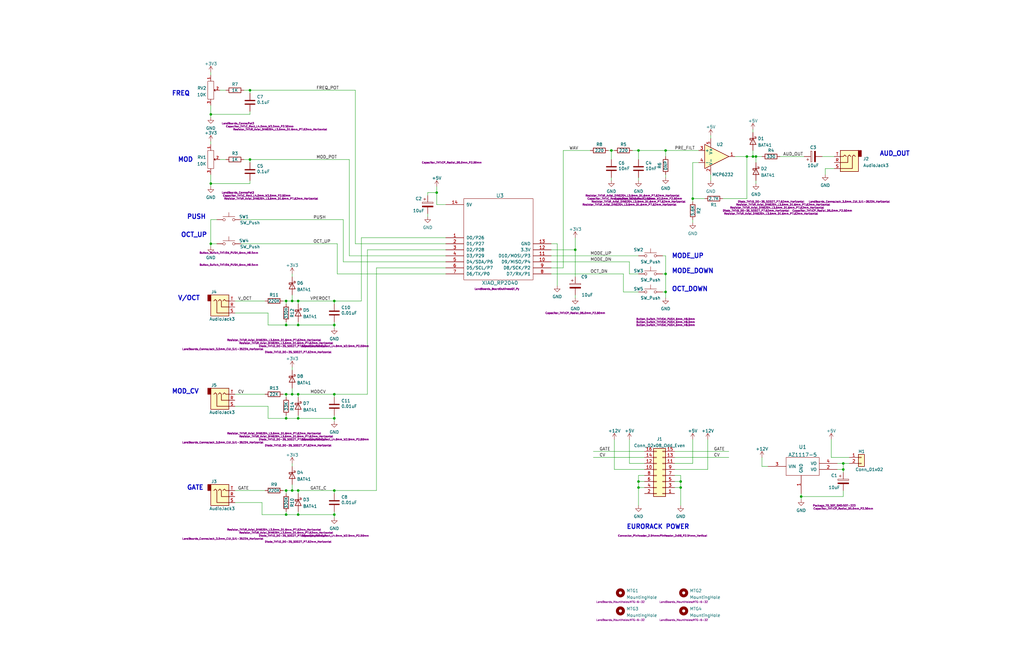
<source format=kicad_sch>
(kicad_sch (version 20211123) (generator eeschema)
  (paper "B")
  (title_block (title "VOLTAGE CONTROLLED OSC") (date "2022-09-21") (rev "1") (company "LAND BOARDS LLC") (comment 1 "https://note.com/solder_state/n/nca6a1dec3921"))
  (lib_symbols
    (symbol "Amplifier_Operational:MCP6001-OT" (pin_names (offset 0.127))
      (property "Reference" "U" (at -1.27 6.35 0))
      (property "Value" "MCP6001-OT" (at -1.27 3.81 0))
      (symbol "MCP6001-OT_0_1"
        (polyline (pts (xy -5.08 5.08) (xy 5.08 0) (xy -5.08 -5.08) (xy -5.08 5.08)) (stroke (width 0.254)) (fill (type background)))
        (pin power_in line (at -2.54 -7.62 90) (length 3.81) (name "V-") (number "2"))
        (pin power_in line (at -2.54 7.62 270) (length 3.81) (name "V+") (number "5"))
      )
      (symbol "MCP6001-OT_1_1"
        (pin output line (at 7.62 0 180) (length 2.54) (name "~") (number "1"))
        (pin input line (at -7.62 2.54 0) (length 2.54) (name "+") (number "3"))
        (pin input line (at -7.62 -2.54 0) (length 2.54) (name "-") (number "4"))
      )
    )
    (symbol "Connector:AudioJack3"
      (property "Reference" "J" (at 0 8.89 0))
      (property "Value" "AudioJack3" (at 0 6.35 0))
      (symbol "AudioJack3_0_1"
        (rectangle (start -5.08 -5.08) (end -6.35 -2.54) (stroke (width 0.254)) (fill (type outline)))
        (polyline (pts (xy 0 -2.54) (xy 0.635 -3.175) (xy 1.27 -2.54) (xy 2.54 -2.54)) (stroke (width 0.254)))
        (polyline (pts (xy -1.905 -2.54) (xy -1.27 -3.175) (xy -0.635 -2.54) (xy -0.635 0) (xy 2.54 0)) (stroke (width 0.254)))
        (polyline (pts (xy 2.54 2.54) (xy -2.54 2.54) (xy -2.54 -2.54) (xy -3.175 -3.175) (xy -3.81 -2.54)) (stroke (width 0.254)))
        (rectangle (start 2.54 3.81) (end -5.08 -5.08) (stroke (width 0.254)) (fill (type background)))
      )
      (symbol "AudioJack3_1_1"
        (pin passive line (at 5.08 0 180) (length 2.54) (name "~") (number "R"))
        (pin passive line (at 5.08 2.54 180) (length 2.54) (name "~") (number "S"))
        (pin passive line (at 5.08 -2.54 180) (length 2.54) (name "~") (number "T"))
      )
    )
    (symbol "Connector_Generic:Conn_01x02" (pin_names (offset 1.016) hide)
      (property "Reference" "J" (at 0 2.54 0))
      (property "Value" "Conn_01x02" (at 0 -5.08 0))
      (symbol "Conn_01x02_1_1"
        (rectangle (start -1.27 -2.413) (end 0 -2.667) (stroke (width 0.1524)))
        (rectangle (start -1.27 0.127) (end 0 -0.127) (stroke (width 0.1524)))
        (rectangle (start -1.27 1.27) (end 1.27 -3.81) (stroke (width 0.254)) (fill (type background)))
        (pin passive line (at -5.08 0 0) (length 3.81) (name "Pin_1") (number "1"))
        (pin passive line (at -5.08 -2.54 0) (length 3.81) (name "Pin_2") (number "2"))
      )
    )
    (symbol "Connector_Generic:Conn_02x08_Odd_Even" (pin_names (offset 1.016) hide)
      (property "Reference" "J" (at 1.27 10.16 0))
      (property "Value" "Conn_02x08_Odd_Even" (at 1.27 -12.7 0))
      (symbol "Conn_02x08_Odd_Even_1_1"
        (rectangle (start -1.27 -10.033) (end 0 -10.287) (stroke (width 0.1524)))
        (rectangle (start -1.27 -7.493) (end 0 -7.747) (stroke (width 0.1524)))
        (rectangle (start -1.27 -4.953) (end 0 -5.207) (stroke (width 0.1524)))
        (rectangle (start -1.27 -2.413) (end 0 -2.667) (stroke (width 0.1524)))
        (rectangle (start -1.27 0.127) (end 0 -0.127) (stroke (width 0.1524)))
        (rectangle (start -1.27 2.667) (end 0 2.413) (stroke (width 0.1524)))
        (rectangle (start -1.27 5.207) (end 0 4.953) (stroke (width 0.1524)))
        (rectangle (start -1.27 7.747) (end 0 7.493) (stroke (width 0.1524)))
        (rectangle (start -1.27 8.89) (end 3.81 -11.43) (stroke (width 0.254)) (fill (type background)))
        (rectangle (start 3.81 -10.033) (end 2.54 -10.287) (stroke (width 0.1524)))
        (rectangle (start 3.81 -7.493) (end 2.54 -7.747) (stroke (width 0.1524)))
        (rectangle (start 3.81 -4.953) (end 2.54 -5.207) (stroke (width 0.1524)))
        (rectangle (start 3.81 -2.413) (end 2.54 -2.667) (stroke (width 0.1524)))
        (rectangle (start 3.81 0.127) (end 2.54 -0.127) (stroke (width 0.1524)))
        (rectangle (start 3.81 2.667) (end 2.54 2.413) (stroke (width 0.1524)))
        (rectangle (start 3.81 5.207) (end 2.54 4.953) (stroke (width 0.1524)))
        (rectangle (start 3.81 7.747) (end 2.54 7.493) (stroke (width 0.1524)))
        (pin passive line (at -5.08 7.62 0) (length 3.81) (name "Pin_1") (number "1"))
        (pin passive line (at 7.62 -2.54 180) (length 3.81) (name "Pin_10") (number "10"))
        (pin passive line (at -5.08 -5.08 0) (length 3.81) (name "Pin_11") (number "11"))
        (pin passive line (at 7.62 -5.08 180) (length 3.81) (name "Pin_12") (number "12"))
        (pin passive line (at -5.08 -7.62 0) (length 3.81) (name "Pin_13") (number "13"))
        (pin passive line (at 7.62 -7.62 180) (length 3.81) (name "Pin_14") (number "14"))
        (pin passive line (at -5.08 -10.16 0) (length 3.81) (name "Pin_15") (number "15"))
        (pin passive line (at 7.62 -10.16 180) (length 3.81) (name "Pin_16") (number "16"))
        (pin passive line (at 7.62 7.62 180) (length 3.81) (name "Pin_2") (number "2"))
        (pin passive line (at -5.08 5.08 0) (length 3.81) (name "Pin_3") (number "3"))
        (pin passive line (at 7.62 5.08 180) (length 3.81) (name "Pin_4") (number "4"))
        (pin passive line (at -5.08 2.54 0) (length 3.81) (name "Pin_5") (number "5"))
        (pin passive line (at 7.62 2.54 180) (length 3.81) (name "Pin_6") (number "6"))
        (pin passive line (at -5.08 0 0) (length 3.81) (name "Pin_7") (number "7"))
        (pin passive line (at 7.62 0 180) (length 3.81) (name "Pin_8") (number "8"))
        (pin passive line (at -5.08 -2.54 0) (length 3.81) (name "Pin_9") (number "9"))
      )
    )
    (symbol "Device:C" (pin_numbers hide) (pin_names (offset 0.254))
      (property "Reference" "C" (at 0.635 2.54 0))
      (property "Value" "C" (at 0.635 -2.54 0))
      (symbol "C_0_1"
        (polyline (pts (xy -2.032 -0.762) (xy 2.032 -0.762)) (stroke (width 0.508)))
        (polyline (pts (xy -2.032 0.762) (xy 2.032 0.762)) (stroke (width 0.508)))
      )
      (symbol "C_1_1"
        (pin passive line (at 0 3.81 270) (length 2.794) (name "~") (number "1"))
        (pin passive line (at 0 -3.81 90) (length 2.794) (name "~") (number "2"))
      )
    )
    (symbol "Device:C_Polarized" (pin_numbers hide) (pin_names (offset 0.254))
      (property "Reference" "C" (at 0.635 2.54 0))
      (property "Value" "C_Polarized" (at 0.635 -2.54 0))
      (symbol "C_Polarized_0_1"
        (rectangle (start -2.286 0.508) (end 2.286 1.016))
        (polyline (pts (xy -1.778 2.286) (xy -0.762 2.286)))
        (polyline (pts (xy -1.27 2.794) (xy -1.27 1.778)))
        (rectangle (start 2.286 -0.508) (end -2.286 -1.016) (fill (type outline)))
      )
      (symbol "C_Polarized_1_1"
        (pin passive line (at 0 3.81 270) (length 2.794) (name "~") (number "1"))
        (pin passive line (at 0 -3.81 90) (length 2.794) (name "~") (number "2"))
      )
    )
    (symbol "Device:D_Schottky" (pin_numbers hide) (pin_names (offset 1.016) hide)
      (property "Reference" "D" (at 0 2.54 0))
      (property "Value" "D_Schottky" (at 0 -2.54 0))
      (symbol "D_Schottky_0_1"
        (polyline (pts (xy 1.27 0) (xy -1.27 0)))
        (polyline (pts (xy 1.27 1.27) (xy 1.27 -1.27) (xy -1.27 0) (xy 1.27 1.27)) (stroke (width 0.254)))
        (polyline (pts (xy -1.905 0.635) (xy -1.905 1.27) (xy -1.27 1.27) (xy -1.27 -1.27) (xy -0.635 -1.27) (xy -0.635 -0.635)) (stroke (width 0.254)))
      )
      (symbol "D_Schottky_1_1"
        (pin passive line (at -3.81 0 0) (length 2.54) (name "K") (number "1"))
        (pin passive line (at 3.81 0 180) (length 2.54) (name "A") (number "2"))
      )
    )
    (symbol "Device:R" (pin_numbers hide) (pin_names (offset 0))
      (property "Reference" "R" (at 2.032 0 90))
      (property "Value" "R" (at 0 0 90))
      (symbol "R_0_1"
        (rectangle (start -1.016 -2.54) (end 1.016 2.54) (stroke (width 0.254)))
      )
      (symbol "R_1_1"
        (pin passive line (at 0 3.81 270) (length 1.27) (name "~") (number "1"))
        (pin passive line (at 0 -3.81 90) (length 1.27) (name "~") (number "2"))
      )
    )
    (symbol "LandBoards:POT" (pin_names (offset 1.016) hide)
      (property "Reference" "RV" (at 0 -2.54 0))
      (property "Value" "POT" (at 0 0 0))
      (symbol "POT_0_1"
        (rectangle (start -3.81 1.27) (end 3.81 -1.27))
        (polyline (pts (xy 0 1.27) (xy -0.508 1.778) (xy 0.508 1.778)) (fill (type outline)))
      )
      (symbol "POT_1_1"
        (pin passive line (at -6.35 0 0) (length 2.54) (name "1") (number "1"))
        (pin passive line (at 0 3.81 270) (length 2.032) (name "2") (number "2"))
        (pin passive line (at 6.35 0 180) (length 2.54) (name "3") (number "3"))
      )
    )
    (symbol "LandBoards_Cards:XIAO_RP2040" (pin_names (offset 1.016))
      (property "Reference" "BRD" (at 0 25.4 0))
      (property "Value" "XIAO_RP2040" (at 0 -11.43 0))
      (symbol "XIAO_RP2040_0_0"
        (rectangle (start -15.24 24.13) (end 13.97 -10.16))
      )
      (symbol "XIAO_RP2040_1_1"
        (pin bidirectional line (at -22.86 7.62 0) (length 7.62) (name "D0/P26") (number "1"))
        (pin bidirectional line (at 21.59 -2.54 180) (length 7.62) (name "D9/MISO/P4") (number "10"))
        (pin bidirectional line (at 21.59 0 180) (length 7.62) (name "D10/MOSI/P3") (number "11"))
        (pin power_out line (at 21.59 2.54 180) (length 7.62) (name "3.3V") (number "12"))
        (pin power_in line (at 21.59 5.08 180) (length 7.62) (name "GND") (number "13"))
        (pin power_in line (at -22.86 21.59 0) (length 7.62) (name "5V") (number "14"))
        (pin bidirectional line (at -22.86 5.08 0) (length 7.62) (name "D1/P27") (number "2"))
        (pin bidirectional line (at -22.86 2.54 0) (length 7.62) (name "D2/P28") (number "3"))
        (pin bidirectional line (at -22.86 0 0) (length 7.62) (name "D3/P29") (number "4"))
        (pin bidirectional line (at -22.86 -2.54 0) (length 7.62) (name "D4/SDA/P6") (number "5"))
        (pin bidirectional line (at -22.86 -5.08 0) (length 7.62) (name "D5/SCL/P7") (number "6"))
        (pin bidirectional line (at -22.86 -7.62 0) (length 7.62) (name "D6/TX/P0") (number "7"))
        (pin bidirectional line (at 21.59 -7.62 180) (length 7.62) (name "D7/RX/P1") (number "8"))
        (pin bidirectional line (at 21.59 -5.08 180) (length 7.62) (name "D8/SCK/P2") (number "9"))
      )
    )
    (symbol "LandBoards_Semis:AP1117" (pin_names (offset 1.016))
      (property "Reference" "U" (at 2.54 3.81 0))
      (property "Value" "AP1117" (at 6.35 -6.35 0))
      (symbol "AP1117_0_1"
        (polyline (pts (xy -8.89 -5.08) (xy -8.89 2.54) (xy 5.08 2.54) (xy 5.08 -5.08) (xy -8.89 -5.08)))
      )
      (symbol "AP1117_1_1"
        (pin power_in line (at -2.54 -12.7 90) (length 7.62) (name "GND") (number "1"))
        (pin passive line (at 12.7 -2.54 180) (length 7.62) (name "VO") (number "2"))
        (pin power_in line (at -16.51 -1.27 0) (length 7.62) (name "VIN") (number "3"))
        (pin power_out line (at 12.7 0 180) (length 7.62) (name "VO") (number "4"))
      )
    )
    (symbol "Mechanical:MountingHole" (pin_names (offset 1.016))
      (property "Reference" "H" (at 0 5.08 0))
      (property "Value" "MountingHole" (at 0 3.175 0))
      (symbol "MountingHole_0_1"
        (circle (center 0 0) (radius 1.27) (stroke (width 1.27)))
      )
    )
    (symbol "Switch:SW_Push" (pin_numbers hide) (pin_names (offset 1.016) hide)
      (property "Reference" "SW" (at 1.27 2.54 0))
      (property "Value" "SW_Push" (at 0 -1.524 0))
      (symbol "SW_Push_0_1"
        (circle (center -2.032 0) (radius 0.508))
        (polyline (pts (xy 0 1.27) (xy 0 3.048)))
        (polyline (pts (xy 2.54 1.27) (xy -2.54 1.27)))
        (circle (center 2.032 0) (radius 0.508))
        (pin passive line (at -5.08 0 0) (length 2.54) (name "1") (number "1"))
        (pin passive line (at 5.08 0 180) (length 2.54) (name "2") (number "2"))
      )
    )
    (symbol "power:+12V" (power) (pin_names (offset 0))
      (property "Value" "+12V" (at 0 3.556 0))
      (symbol "+12V_0_1"
        (polyline (pts (xy -0.762 1.27) (xy 0 2.54)))
        (polyline (pts (xy 0 0) (xy 0 2.54)))
        (polyline (pts (xy 0 2.54) (xy 0.762 1.27)))
      )
      (symbol "+12V_1_1"
        (pin power_in line (at 0 0 90) (length 0) hide (name "+12V") (number "1"))
      )
    )
    (symbol "power:+3.3V" (power) (pin_names (offset 0))
      (property "Value" "+3.3V" (at 0 3.556 0))
      (symbol "+3.3V_0_1"
        (polyline (pts (xy -0.762 1.27) (xy 0 2.54)))
        (polyline (pts (xy 0 0) (xy 0 2.54)))
        (polyline (pts (xy 0 2.54) (xy 0.762 1.27)))
      )
      (symbol "+3.3V_1_1"
        (pin power_in line (at 0 0 90) (length 0) hide (name "+3V3") (number "1"))
      )
    )
    (symbol "power:+5V" (power) (pin_names (offset 0))
      (property "Value" "+5V" (at 0 3.556 0))
      (symbol "+5V_0_1"
        (polyline (pts (xy -0.762 1.27) (xy 0 2.54)))
        (polyline (pts (xy 0 0) (xy 0 2.54)))
        (polyline (pts (xy 0 2.54) (xy 0.762 1.27)))
      )
      (symbol "+5V_1_1"
        (pin power_in line (at 0 0 90) (length 0) hide (name "+5V") (number "1"))
      )
    )
    (symbol "power:GND" (power) (pin_names (offset 0))
      (property "Value" "GND" (at 0 -3.81 0))
      (symbol "GND_0_1"
        (polyline (pts (xy 0 0) (xy 0 -1.27) (xy 1.27 -1.27) (xy 0 -2.54) (xy -1.27 -1.27) (xy 0 -1.27)))
      )
      (symbol "GND_1_1"
        (pin power_in line (at 0 0 270) (length 0) hide (name "GND") (number "1"))
      )
    )
  )
  (junction (at 120.65 137.16))
  (junction (at 287.02 205.74))
  (junction (at 140.97 176.53))
  (junction (at 120.65 207.01))
  (junction (at 269.24 203.2))
  (junction (at 105.41 67.31))
  (junction (at 242.57 105.41))
  (junction (at 120.65 166.37))
  (junction (at 280.67 123.19))
  (junction (at 123.19 127))
  (junction (at 269.24 63.5))
  (junction (at 337.82 209.55))
  (junction (at 280.67 63.5))
  (junction (at 88.9 102.87))
  (junction (at 140.97 166.37))
  (junction (at 140.97 127))
  (junction (at 120.65 176.53))
  (junction (at 120.65 127))
  (junction (at 184.15 81.28))
  (junction (at 257.81 63.5))
  (junction (at 140.97 137.16))
  (junction (at 140.97 217.17))
  (junction (at 287.02 203.2))
  (junction (at 292.1 83.82))
  (junction (at 125.73 137.16))
  (junction (at 280.67 115.57))
  (junction (at 125.73 207.01))
  (junction (at 140.97 207.01))
  (junction (at 123.19 207.01))
  (junction (at 125.73 176.53))
  (junction (at 88.9 48.26))
  (junction (at 314.96 66.04))
  (junction (at 125.73 127))
  (junction (at 120.65 217.17))
  (junction (at 105.41 38.1))
  (junction (at 355.6 198.12))
  (junction (at 355.6 195.58))
  (junction (at 317.5 66.04))
  (junction (at 269.24 205.74))
  (junction (at 125.73 217.17))
  (junction (at 318.77 66.04))
  (junction (at 123.19 166.37))
  (junction (at 125.73 166.37))
  (junction (at 88.9 77.47))
  (wire (pts (xy 120.65 166.37) (xy 123.19 166.37)))
  (wire (pts (xy 259.08 185.42) (xy 259.08 198.12)))
  (wire (pts (xy 287.02 203.2) (xy 287.02 205.74)))
  (wire (pts (xy 92.71 38.1) (xy 95.25 38.1)))
  (wire (pts (xy 88.9 48.26) (xy 88.9 44.45)))
  (wire (pts (xy 113.03 132.08) (xy 99.06 132.08)))
  (wire (pts (xy 353.06 195.58) (xy 355.6 195.58)))
  (wire (pts (xy 123.19 124.46) (xy 123.19 127)))
  (wire (pts (xy 318.77 66.04) (xy 321.31 66.04)))
  (wire (pts (xy 232.41 105.41) (xy 242.57 105.41)))
  (wire (pts (xy 284.48 198.12) (xy 298.45 198.12)))
  (wire (pts (xy 125.73 127) (xy 125.73 128.27)))
  (wire (pts (xy 105.41 38.1) (xy 149.86 38.1)))
  (wire (pts (xy 353.06 198.12) (xy 355.6 198.12)))
  (wire (pts (xy 299.72 73.66) (xy 299.72 76.2)))
  (wire (pts (xy 317.5 54.61) (xy 317.5 55.88)))
  (wire (pts (xy 123.19 127) (xy 125.73 127)))
  (wire (pts (xy 125.73 207.01) (xy 125.73 208.28)))
  (wire (pts (xy 347.98 71.12) (xy 351.79 71.12)))
  (wire (pts (xy 144.78 92.71) (xy 144.78 110.49)))
  (wire (pts (xy 152.4 100.33) (xy 187.96 100.33)))
  (wire (pts (xy 337.82 209.55) (xy 355.6 209.55)))
  (wire (pts (xy 180.34 91.44) (xy 180.34 90.17)))
  (wire (pts (xy 346.71 66.04) (xy 351.79 66.04)))
  (wire (pts (xy 284.48 190.5) (xy 307.34 190.5)))
  (wire (pts (xy 123.19 163.83) (xy 123.19 166.37)))
  (wire (pts (xy 187.96 113.03) (xy 158.75 113.03)))
  (wire (pts (xy 120.65 137.16) (xy 120.65 135.89)))
  (wire (pts (xy 232.41 113.03) (xy 237.49 113.03)))
  (wire (pts (xy 257.81 63.5) (xy 257.81 67.31)))
  (wire (pts (xy 88.9 59.69) (xy 88.9 60.96)))
  (wire (pts (xy 259.08 63.5) (xy 257.81 63.5)))
  (wire (pts (xy 119.38 127) (xy 120.65 127)))
  (wire (pts (xy 101.6 92.71) (xy 144.78 92.71)))
  (wire (pts (xy 279.4 115.57) (xy 280.67 115.57)))
  (wire (pts (xy 120.65 217.17) (xy 120.65 215.9)))
  (wire (pts (xy 298.45 185.42) (xy 298.45 198.12)))
  (wire (pts (xy 321.31 196.85) (xy 323.85 196.85)))
  (wire (pts (xy 152.4 127) (xy 140.97 127)))
  (wire (pts (xy 280.67 73.66) (xy 280.67 74.93)))
  (wire (pts (xy 125.73 176.53) (xy 120.65 176.53)))
  (wire (pts (xy 99.06 207.01) (xy 111.76 207.01)))
  (wire (pts (xy 271.78 198.12) (xy 259.08 198.12)))
  (wire (pts (xy 350.52 193.04) (xy 350.52 185.42)))
  (wire (pts (xy 184.15 86.36) (xy 184.15 81.28)))
  (wire (pts (xy 113.03 171.45) (xy 99.06 171.45)))
  (wire (pts (xy 284.48 200.66) (xy 287.02 200.66)))
  (wire (pts (xy 184.15 81.28) (xy 184.15 78.74)))
  (wire (pts (xy 125.73 215.9) (xy 125.73 217.17)))
  (wire (pts (xy 314.96 66.04) (xy 317.5 66.04)))
  (wire (pts (xy 105.41 38.1) (xy 105.41 39.37)))
  (wire (pts (xy 140.97 176.53) (xy 140.97 177.8)))
  (wire (pts (xy 237.49 63.5) (xy 248.92 63.5)))
  (wire (pts (xy 232.41 115.57) (xy 262.89 115.57)))
  (wire (pts (xy 110.49 217.17) (xy 120.65 217.17)))
  (wire (pts (xy 140.97 127) (xy 125.73 127)))
  (wire (pts (xy 105.41 76.2) (xy 105.41 77.47)))
  (wire (pts (xy 154.94 105.41) (xy 187.96 105.41)))
  (wire (pts (xy 337.82 209.55) (xy 337.82 210.82)))
  (wire (pts (xy 184.15 86.36) (xy 187.96 86.36)))
  (wire (pts (xy 257.81 76.2) (xy 257.81 74.93)))
  (wire (pts (xy 232.41 107.95) (xy 269.24 107.95)))
  (wire (pts (xy 250.19 190.5) (xy 271.78 190.5)))
  (wire (pts (xy 304.8 83.82) (xy 314.96 83.82)))
  (wire (pts (xy 271.78 200.66) (xy 269.24 200.66)))
  (wire (pts (xy 347.98 73.66) (xy 347.98 71.12)))
  (wire (pts (xy 237.49 63.5) (xy 237.49 113.03)))
  (wire (pts (xy 158.75 207.01) (xy 140.97 207.01)))
  (wire (pts (xy 140.97 175.26) (xy 140.97 176.53)))
  (wire (pts (xy 140.97 137.16) (xy 140.97 138.43)))
  (wire (pts (xy 120.65 166.37) (xy 120.65 167.64)))
  (wire (pts (xy 265.43 115.57) (xy 269.24 115.57)))
  (wire (pts (xy 125.73 217.17) (xy 120.65 217.17)))
  (wire (pts (xy 140.97 166.37) (xy 125.73 166.37)))
  (wire (pts (xy 269.24 76.2) (xy 269.24 74.93)))
  (wire (pts (xy 266.7 63.5) (xy 269.24 63.5)))
  (wire (pts (xy 280.67 63.5) (xy 280.67 66.04)))
  (wire (pts (xy 280.67 123.19) (xy 280.67 125.73)))
  (wire (pts (xy 232.41 110.49) (xy 265.43 110.49)))
  (wire (pts (xy 355.6 198.12) (xy 355.6 199.39)))
  (wire (pts (xy 265.43 110.49) (xy 265.43 115.57)))
  (wire (pts (xy 271.78 195.58) (xy 265.43 195.58)))
  (wire (pts (xy 269.24 205.74) (xy 271.78 205.74)))
  (wire (pts (xy 144.78 110.49) (xy 187.96 110.49)))
  (wire (pts (xy 184.15 81.28) (xy 180.34 81.28)))
  (wire (pts (xy 154.94 166.37) (xy 140.97 166.37)))
  (wire (pts (xy 125.73 166.37) (xy 125.73 167.64)))
  (wire (pts (xy 318.77 66.04) (xy 318.77 68.58)))
  (wire (pts (xy 292.1 68.58) (xy 294.64 68.58)))
  (wire (pts (xy 140.97 128.27) (xy 140.97 127)))
  (wire (pts (xy 125.73 217.17) (xy 140.97 217.17)))
  (wire (pts (xy 123.19 115.57) (xy 123.19 116.84)))
  (wire (pts (xy 280.67 115.57) (xy 280.67 107.95)))
  (wire (pts (xy 125.73 175.26) (xy 125.73 176.53)))
  (wire (pts (xy 99.06 127) (xy 111.76 127)))
  (wire (pts (xy 88.9 104.14) (xy 88.9 102.87)))
  (wire (pts (xy 113.03 137.16) (xy 113.03 132.08)))
  (wire (pts (xy 287.02 200.66) (xy 287.02 203.2)))
  (wire (pts (xy 292.1 83.82) (xy 292.1 85.09)))
  (wire (pts (xy 309.88 66.04) (xy 314.96 66.04)))
  (wire (pts (xy 102.87 38.1) (xy 105.41 38.1)))
  (wire (pts (xy 152.4 100.33) (xy 152.4 127)))
  (wire (pts (xy 284.48 193.04) (xy 307.34 193.04)))
  (wire (pts (xy 140.97 167.64) (xy 140.97 166.37)))
  (wire (pts (xy 99.06 166.37) (xy 111.76 166.37)))
  (wire (pts (xy 105.41 67.31) (xy 147.32 67.31)))
  (wire (pts (xy 262.89 115.57) (xy 262.89 123.19)))
  (wire (pts (xy 120.65 127) (xy 123.19 127)))
  (wire (pts (xy 314.96 83.82) (xy 314.96 66.04)))
  (wire (pts (xy 149.86 102.87) (xy 187.96 102.87)))
  (wire (pts (xy 123.19 204.47) (xy 123.19 207.01)))
  (wire (pts (xy 292.1 92.71) (xy 292.1 93.98)))
  (wire (pts (xy 88.9 49.53) (xy 88.9 48.26)))
  (wire (pts (xy 142.24 102.87) (xy 101.6 102.87)))
  (wire (pts (xy 99.06 212.09) (xy 110.49 212.09)))
  (wire (pts (xy 269.24 200.66) (xy 269.24 203.2)))
  (wire (pts (xy 232.41 102.87) (xy 234.95 102.87)))
  (wire (pts (xy 280.67 63.5) (xy 294.64 63.5)))
  (wire (pts (xy 120.65 176.53) (xy 113.03 176.53)))
  (wire (pts (xy 280.67 123.19) (xy 280.67 115.57)))
  (wire (pts (xy 110.49 212.09) (xy 110.49 217.17)))
  (wire (pts (xy 257.81 63.5) (xy 256.54 63.5)))
  (wire (pts (xy 299.72 57.15) (xy 299.72 58.42)))
  (wire (pts (xy 158.75 113.03) (xy 158.75 207.01)))
  (wire (pts (xy 242.57 125.73) (xy 242.57 124.46)))
  (wire (pts (xy 321.31 193.04) (xy 321.31 196.85)))
  (wire (pts (xy 269.24 63.5) (xy 280.67 63.5)))
  (wire (pts (xy 317.5 66.04) (xy 318.77 66.04)))
  (wire (pts (xy 358.14 193.04) (xy 350.52 193.04)))
  (wire (pts (xy 147.32 107.95) (xy 187.96 107.95)))
  (wire (pts (xy 88.9 102.87) (xy 91.44 102.87)))
  (wire (pts (xy 123.19 166.37) (xy 125.73 166.37)))
  (wire (pts (xy 269.24 205.74) (xy 269.24 213.36)))
  (wire (pts (xy 125.73 137.16) (xy 140.97 137.16)))
  (wire (pts (xy 88.9 77.47) (xy 88.9 73.66)))
  (wire (pts (xy 119.38 166.37) (xy 120.65 166.37)))
  (wire (pts (xy 92.71 67.31) (xy 95.25 67.31)))
  (wire (pts (xy 180.34 81.28) (xy 180.34 82.55)))
  (wire (pts (xy 292.1 195.58) (xy 292.1 185.42)))
  (wire (pts (xy 337.82 208.28) (xy 337.82 209.55)))
  (wire (pts (xy 355.6 209.55) (xy 355.6 207.01)))
  (wire (pts (xy 328.93 66.04) (xy 339.09 66.04)))
  (wire (pts (xy 355.6 195.58) (xy 358.14 195.58)))
  (wire (pts (xy 318.77 77.47) (xy 318.77 76.2)))
  (wire (pts (xy 287.02 205.74) (xy 287.02 213.36)))
  (wire (pts (xy 105.41 46.99) (xy 105.41 48.26)))
  (wire (pts (xy 355.6 198.12) (xy 355.6 195.58)))
  (wire (pts (xy 88.9 30.48) (xy 88.9 31.75)))
  (wire (pts (xy 120.65 137.16) (xy 113.03 137.16)))
  (wire (pts (xy 147.32 107.95) (xy 147.32 67.31)))
  (wire (pts (xy 140.97 207.01) (xy 125.73 207.01)))
  (wire (pts (xy 102.87 67.31) (xy 105.41 67.31)))
  (wire (pts (xy 269.24 203.2) (xy 271.78 203.2)))
  (wire (pts (xy 242.57 100.33) (xy 242.57 105.41)))
  (wire (pts (xy 120.65 176.53) (xy 120.65 175.26)))
  (wire (pts (xy 140.97 215.9) (xy 140.97 217.17)))
  (wire (pts (xy 262.89 123.19) (xy 269.24 123.19)))
  (wire (pts (xy 269.24 203.2) (xy 269.24 205.74)))
  (wire (pts (xy 123.19 195.58) (xy 123.19 196.85)))
  (wire (pts (xy 154.94 105.41) (xy 154.94 166.37)))
  (wire (pts (xy 88.9 48.26) (xy 105.41 48.26)))
  (wire (pts (xy 125.73 137.16) (xy 120.65 137.16)))
  (wire (pts (xy 284.48 205.74) (xy 287.02 205.74)))
  (wire (pts (xy 250.19 193.04) (xy 271.78 193.04)))
  (wire (pts (xy 123.19 154.94) (xy 123.19 156.21)))
  (wire (pts (xy 123.19 207.01) (xy 125.73 207.01)))
  (wire (pts (xy 234.95 102.87) (xy 234.95 120.65)))
  (wire (pts (xy 88.9 92.71) (xy 91.44 92.71)))
  (wire (pts (xy 88.9 77.47) (xy 105.41 77.47)))
  (wire (pts (xy 113.03 176.53) (xy 113.03 171.45)))
  (wire (pts (xy 140.97 135.89) (xy 140.97 137.16)))
  (wire (pts (xy 269.24 63.5) (xy 269.24 67.31)))
  (wire (pts (xy 284.48 195.58) (xy 292.1 195.58)))
  (wire (pts (xy 292.1 83.82) (xy 292.1 68.58)))
  (wire (pts (xy 88.9 92.71) (xy 88.9 102.87)))
  (wire (pts (xy 265.43 195.58) (xy 265.43 185.42)))
  (wire (pts (xy 125.73 176.53) (xy 140.97 176.53)))
  (wire (pts (xy 120.65 127) (xy 120.65 128.27)))
  (wire (pts (xy 125.73 135.89) (xy 125.73 137.16)))
  (wire (pts (xy 284.48 203.2) (xy 287.02 203.2)))
  (wire (pts (xy 140.97 208.28) (xy 140.97 207.01)))
  (wire (pts (xy 279.4 123.19) (xy 280.67 123.19)))
  (wire (pts (xy 297.18 83.82) (xy 292.1 83.82)))
  (wire (pts (xy 280.67 107.95) (xy 279.4 107.95)))
  (wire (pts (xy 149.86 38.1) (xy 149.86 102.87)))
  (wire (pts (xy 242.57 116.84) (xy 242.57 105.41)))
  (wire (pts (xy 105.41 67.31) (xy 105.41 68.58)))
  (wire (pts (xy 142.24 115.57) (xy 142.24 102.87)))
  (wire (pts (xy 120.65 207.01) (xy 120.65 208.28)))
  (wire (pts (xy 140.97 217.17) (xy 140.97 218.44)))
  (wire (pts (xy 317.5 63.5) (xy 317.5 66.04)))
  (wire (pts (xy 119.38 207.01) (xy 120.65 207.01)))
  (wire (pts (xy 120.65 207.01) (xy 123.19 207.01)))
  (wire (pts (xy 142.24 115.57) (xy 187.96 115.57)))
  (wire (pts (xy 88.9 78.74) (xy 88.9 77.47)))
  (text "OCT_UP" (at 76.2 100.33 0) (effects (font (size 1.905 1.905) (thickness 0.381) bold) (justify left bottom)))
  (text "AUD_OUT" (at 370.84 66.04 0) (effects (font (size 1.905 1.905) (thickness 0.381) bold) (justify left bottom)))
  (text "GATE" (at 78.74 207.01 0) (effects (font (size 1.905 1.905) (thickness 0.381) bold) (justify left bottom)))
  (text "V/OCT" (at 74.93 127 0) (effects (font (size 1.905 1.905) (thickness 0.381) bold) (justify left bottom)))
  (text "MODE_DOWN" (at 283.21 115.57 0) (effects (font (size 1.905 1.905) (thickness 0.381) bold) (justify left bottom)))
  (text "MOD_CV" (at 72.39 166.37 0) (effects (font (size 1.905 1.905) (thickness 0.381) bold) (justify left bottom)))
  (text "FREQ" (at 72.39 40.64 0) (effects (font (size 1.905 1.905) (thickness 0.381) bold) (justify left bottom)))
  (text "OCT_DOWN" (at 283.21 123.19 0) (effects (font (size 1.905 1.905) (thickness 0.381) bold) (justify left bottom)))
  (text "MODE_UP" (at 283.21 109.22 0) (effects (font (size 1.905 1.905) (thickness 0.381) bold) (justify left bottom)))
  (text "PUSH" (at 78.74 92.71 0) (effects (font (size 1.905 1.905) (thickness 0.381) bold) (justify left bottom)))
  (text "MOD" (at 74.93 68.58 0) (effects (font (size 1.905 1.905) (thickness 0.381) bold) (justify left bottom)))
  (text "EURORACK POWER" (at 264.16 223.52 0) (effects (font (size 1.905 1.905) (thickness 0.381) bold) (justify left bottom)))
  (label "OCT_DN" (at 248.92 115.57 0))
  (label "MODE_DN" (at 248.92 110.49 0))
  (label "GATE_C" (at 130.81 207.01 0))
  (label "V_OCT" (at 100.33 127 0))
  (label "GATE" (at 252.73 190.5 0))
  (label "MODCV" (at 130.81 166.37 0))
  (label "FREQ_POT" (at 133.35 38.1 0))
  (label "MOD_POT" (at 133.35 67.31 0))
  (label "PUSH" (at 132.08 92.71 0))
  (label "CV" (at 300.99 193.04 0))
  (label "WAV" (at 240.03 63.5 0))
  (label "VPEROCT" (at 130.81 127 0))
  (label "CV" (at 252.73 193.04 0))
  (label "CV" (at 100.33 166.37 0))
  (label "AUD_OUT" (at 330.2 66.04 0))
  (label "MODE_UP" (at 248.92 107.95 0))
  (label "GATE" (at 300.99 190.5 0))
  (label "GATE" (at 100.33 207.01 0))
  (label "PRE_FILT" (at 284.48 63.5 0))
  (label "OCT_UP" (at 132.08 102.87 0))
  (symbol (lib_id "LandBoards:POT") (at 88.9 67.31 270) (unit 1)
    (property "Reference" "RV1" (at 86.995 66.4015 90) (effects (justify right)))
    (property "Value" "10K" (at 86.995 69.1766 90) (effects (justify right)))
    (property "Footprint" "LandBoards_Conns:Pot3" (at 100.33 81.28 90) (effects (font (size 0.762 0.762) bold)))
  )
  (symbol (lib_id "power:GND") (at 234.95 120.65 0) (unit 1)
    (property "Reference" "#PWR0105" (effects hide))
    (property "Value" "GND" (at 234.95 125.2125 0))
  )
  (symbol (lib_id "Device:C") (at 140.97 171.45 0) (unit 1)
    (property "Reference" "C11" (at 143.891 169.1386 0) (effects (justify left)))
    (property "Value" "0.01uF" (at 143.891 171.45 0) (effects (justify left)))
    (property "Footprint" "Capacitor_THT:C_Rect_L4.0mm_W2.5mm_P2.50mm" (at 127 185.42 0) (effects (font (size 0.762 0.762)) (justify left)))
    (property "Datasheet" "https://www.mouser.com/ProductDetail/TDK/FG18X7R1H473KNT06?qs=qf2ddTMq67Ua7q%2FdN4IhqA%3D%3D" (effects hide))
  )
  (symbol (lib_id "power:GND") (at 88.9 78.74 0) (unit 1)
    (property "Reference" "#PWR0109" (effects hide))
    (property "Value" "GND" (at 88.9 83.3025 0))
  )
  (symbol (lib_id "Device:C_Polarized") (at 355.6 203.2 0) (unit 1)
    (property "Reference" "C1" (at 351.79 200.66 0))
    (property "Value" "10uF" (at 351.79 205.74 0))
    (property "Footprint" "Capacitor_THT:CP_Radial_D5.0mm_P2.50mm" (at 355.6 214.63 0) (effects (font (size 0.762 0.762))))
    (property "Datasheet" "https://www.mouser.com/ProductDetail/140-REA470M1CBK0511P" (effects hide))
  )
  (symbol (lib_id "power:GND") (at 269.24 213.36 0) (unit 1)
    (property "Reference" "#PWR0125" (effects hide))
    (property "Value" "GND" (at 269.24 217.9225 0))
  )
  (symbol (lib_id "power:GND") (at 140.97 218.44 0) (unit 1)
    (property "Reference" "#PWR0131" (effects hide))
    (property "Value" "GND" (at 140.97 223.0025 0))
  )
  (symbol (lib_id "Device:R") (at 115.57 166.37 90) (unit 1)
    (property "Reference" "R13" (at 115.57 163.83 90))
    (property "Value" "22K" (at 115.57 166.37 90))
    (property "Footprint" "Resistor_THT:R_Axial_DIN0204_L3.6mm_D1.6mm_P7.62mm_Horizontal" (at 115.57 182.88 90) (effects (font (size 0.762 0.762))))
    (property "Datasheet" "https://www.mouser.com/ProductDetail/Xicon/299-2.2K-RC?qs=QaPBMFBEHz3RDbXknTj%252ByA%3D%3D" (effects hide))
  )
  (symbol (lib_id "Device:R") (at 99.06 38.1 90) (unit 1)
    (property "Reference" "R7" (at 99.06 35.56 90))
    (property "Value" "1K" (at 99.06 38.1 90))
    (property "Footprint" "Resistor_THT:R_Axial_DIN0204_L3.6mm_D1.6mm_P7.62mm_Horizontal" (at 118.11 54.61 90) (effects (font (size 0.762 0.762))))
    (property "Datasheet" "https://www.mouser.com/ProductDetail/Xicon/299-2.2K-RC?qs=QaPBMFBEHz3RDbXknTj%252ByA%3D%3D" (effects hide))
  )
  (symbol (lib_id "Device:R") (at 262.89 63.5 90) (unit 1)
    (property "Reference" "R5" (at 262.89 60.96 90))
    (property "Value" "220" (at 262.89 63.5 90))
    (property "Footprint" "Resistor_THT:R_Axial_DIN0204_L3.6mm_D1.6mm_P7.62mm_Horizontal" (at 269.24 85.09 90) (effects (font (size 0.762 0.762))))
    (property "Datasheet" "https://www.mouser.com/ProductDetail/Xicon/299-2.2K-RC?qs=QaPBMFBEHz3RDbXknTj%252ByA%3D%3D" (effects hide))
  )
  (symbol (lib_id "power:GND") (at 337.82 210.82 0) (unit 1)
    (property "Reference" "#PWR0135" (effects hide))
    (property "Value" "GND" (at 337.82 215.3825 0))
  )
  (symbol (lib_id "Device:C_Polarized") (at 180.34 86.36 0) (unit 1)
    (property "Reference" "C2" (at 176.53 83.82 0))
    (property "Value" "10uF" (at 176.53 88.9 0))
    (property "Footprint" "Capacitor_THT:CP_Radial_D5.0mm_P2.50mm" (at 190.5 68.58 0) (effects (font (size 0.762 0.762))))
    (property "Datasheet" "https://www.mouser.com/ProductDetail/140-REA470M1CBK0511P" (effects hide))
  )
  (symbol (lib_id "power:GND") (at 140.97 177.8 0) (unit 1)
    (property "Reference" "#PWR0101" (effects hide))
    (property "Value" "GND" (at 140.97 182.3625 0))
  )
  (symbol (lib_id "power:+3.3V") (at 123.19 154.94 0) (unit 1)
    (property "Reference" "#PWR0102" (effects hide))
    (property "Value" "+3.3V" (at 123.19 151.3355 0))
  )
  (symbol (lib_id "Device:C") (at 105.41 43.18 0) (unit 1)
    (property "Reference" "C7" (at 108.331 40.8686 0) (effects (justify left)))
    (property "Value" "0.1uF" (at 108.331 43.18 0) (effects (justify left)))
    (property "Footprint" "Capacitor_THT:C_Rect_L4.0mm_W2.5mm_P2.50mm" (at 95.25 53.34 0) (effects (font (size 0.762 0.762)) (justify left)))
    (property "Datasheet" "https://www.mouser.com/ProductDetail/TDK/FG18X7R1H473KNT06?qs=qf2ddTMq67Ua7q%2FdN4IhqA%3D%3D" (effects hide))
  )
  (symbol (lib_id "Connector:AudioJack3") (at 93.98 209.55 0) (mirror x) (unit 1)
    (property "Reference" "J3" (at 91.44 203.2 0) (effects (justify right)))
    (property "Value" "AudioJack3" (at 99.06 214.63 0) (effects (justify right)))
    (property "Footprint" "LandBoards_Conns:Jack_3.5mm_CUI_SJ1-3523N_Horizontal" (at 93.98 227.33 0) (effects (font (size 0.762 0.762))))
    (property "Datasheet" "https://www.mouser.com/ProductDetail/490-SJ1-3523N" (effects hide))
  )
  (symbol (lib_id "Device:R") (at 115.57 127 90) (unit 1)
    (property "Reference" "R11" (at 115.57 124.46 90))
    (property "Value" "220K" (at 115.57 127 90))
    (property "Footprint" "Resistor_THT:R_Axial_DIN0204_L3.6mm_D1.6mm_P7.62mm_Horizontal" (at 115.57 143.51 90) (effects (font (size 0.762 0.762))))
    (property "Datasheet" "https://www.mouser.com/ProductDetail/Xicon/299-2.2K-RC?qs=QaPBMFBEHz3RDbXknTj%252ByA%3D%3D" (effects hide))
  )
  (symbol (lib_id "power:+5V") (at 350.52 185.42 0) (unit 1)
    (property "Reference" "#PWR0134" (effects hide))
    (property "Value" "+5V" (at 350.52 181.8155 0))
  )
  (symbol (lib_id "Mechanical:MountingHole") (at 261.62 250.19 0) (unit 1)
    (property "Reference" "MTG1" (at 264.16 249.2815 0) (effects (justify left)))
    (property "Value" "MountingHole" (at 264.16 252.0566 0) (effects (justify left)))
    (property "Footprint" "LandBoards_MountHoles:MTG-6-32" (at 261.62 254 0) (effects (font (size 0.762 0.762))))
  )
  (symbol (lib_id "Device:D_Schottky") (at 123.19 120.65 270) (unit 1)
    (property "Reference" "D6" (at 125.222 119.424 90) (effects (justify left)))
    (property "Value" "BAT41" (at 125.222 122.1991 90) (effects (justify left)))
    (property "Footprint" "Diode_THT:D_DO-35_SOD27_P7.62mm_Horizontal" (at 123.19 146.05 90) (effects (font (size 0.762 0.762))))
  )
  (symbol (lib_id "Device:D_Schottky") (at 318.77 72.39 270) (unit 1)
    (property "Reference" "D2" (at 320.802 71.164 90) (effects (justify left)))
    (property "Value" "BAT41" (at 320.802 73.9391 90) (effects (justify left)))
    (property "Footprint" "Diode_THT:D_DO-35_SOD27_P7.62mm_Horizontal" (at 318.77 88.9 90) (effects (font (size 0.762 0.762))))
  )
  (symbol (lib_id "Connector:AudioJack3") (at 356.87 68.58 180) (unit 1)
    (property "Reference" "J2" (at 363.9819 67.0365 0) (effects (justify right)))
    (property "Value" "AudioJack3" (at 363.9819 69.8116 0) (effects (justify right)))
    (property "Footprint" "LandBoards_Conns:Jack_3.5mm_CUI_SJ1-3523N_Horizontal" (at 358.14 85.09 0) (effects (font (size 0.762 0.762))))
    (property "Datasheet" "https://www.mouser.com/ProductDetail/490-SJ1-3523N" (effects hide))
  )
  (symbol (lib_id "power:+12V") (at 259.08 185.42 0) (unit 1)
    (property "Reference" "#PWR0129" (effects hide))
    (property "Value" "+12V" (at 259.08 181.8155 0))
  )
  (symbol (lib_id "Device:D_Schottky") (at 125.73 212.09 270) (unit 1)
    (property "Reference" "D3" (at 127.762 210.864 90) (effects (justify left)))
    (property "Value" "BAT41" (at 127.762 213.6391 90) (effects (justify left)))
    (property "Footprint" "Diode_THT:D_DO-35_SOD27_P7.62mm_Horizontal" (at 125.73 228.6 90) (effects (font (size 0.762 0.762))))
  )
  (symbol (lib_id "Mechanical:MountingHole") (at 288.29 250.19 0) (unit 1)
    (property "Reference" "MTG2" (at 290.83 249.2815 0) (effects (justify left)))
    (property "Value" "MountingHole" (at 290.83 252.0566 0) (effects (justify left)))
    (property "Footprint" "LandBoards_MountHoles:MTG-6-32" (at 288.29 254 0) (effects (font (size 0.762 0.762))))
  )
  (symbol (lib_id "power:GND") (at 88.9 104.14 0) (unit 1)
    (property "Reference" "#PWR0107" (effects hide))
    (property "Value" "GND" (at 88.9 108.7025 0))
  )
  (symbol (lib_id "LandBoards_Semis:AP1117") (at 340.36 195.58 0) (unit 1)
    (property "Reference" "U1" (at 338.455 188.6361 0) (effects (font (size 1.524 1.524))))
    (property "Value" "AZ1117-5" (at 338.455 191.9151 0) (effects (font (size 1.524 1.524))))
    (property "Footprint" "Package_TO_SOT_SMD:SOT-223" (at 351.79 213.36 0) (effects (font (size 0.762 0.762))))
  )
  (symbol (lib_id "Device:R") (at 300.99 83.82 90) (unit 1)
    (property "Reference" "R1" (at 300.99 86.36 90))
    (property "Value" "2.7K" (at 300.99 83.82 90))
    (property "Footprint" "Resistor_THT:R_Axial_DIN0204_L3.6mm_D1.6mm_P7.62mm_Horizontal" (at 327.66 87.63 90) (effects (font (size 0.762 0.762))))
    (property "Datasheet" "https://www.mouser.com/ProductDetail/Xicon/299-2.2K-RC?qs=QaPBMFBEHz3RDbXknTj%252ByA%3D%3D" (effects hide))
  )
  (symbol (lib_id "Switch:SW_Push") (at 274.32 123.19 0) (unit 1)
    (property "Reference" "SW5" (at 269.24 121.92 0))
    (property "Value" "SW_Push" (at 274.32 125.73 0))
    (property "Footprint" "Button_Switch_THT:SW_PUSH_6mm_H8.5mm" (at 280.67 137.16 0) (effects (font (size 0.762 0.762))))
  )
  (symbol (lib_id "Connector_Generic:Conn_01x02") (at 363.22 193.04 0) (unit 1)
    (property "Reference" "H1" (at 361.95 190.5 0) (effects (justify left)))
    (property "Value" "Conn_01x02" (at 360.68 198.12 0) (effects (justify left)))
    (property "Footprint" "Connector_PinHeader_2.54mm:PinHeader_1x02_P2.54mm_Vertical" (effects hide))
  )
  (symbol (lib_id "Device:R") (at 120.65 132.08 180) (unit 1)
    (property "Reference" "R12" (at 123.19 132.08 90))
    (property "Value" "330K" (at 120.65 132.08 90))
    (property "Footprint" "Resistor_THT:R_Axial_DIN0204_L3.6mm_D1.6mm_P7.62mm_Horizontal" (at 120.65 144.78 0) (effects (font (size 0.762 0.762))))
    (property "Datasheet" "https://www.mouser.com/ProductDetail/Xicon/299-2.2K-RC?qs=QaPBMFBEHz3RDbXknTj%252ByA%3D%3D" (effects hide))
  )
  (symbol (lib_id "Switch:SW_Push") (at 96.52 92.71 0) (unit 1)
    (property "Reference" "SW1" (at 102.87 91.44 0))
    (property "Value" "SW_Push" (at 105.41 93.98 0))
    (property "Footprint" "Button_Switch_THT:SW_PUSH_6mm_H8.5mm" (at 96.52 106.68 0) (effects (font (size 0.762 0.762))))
  )
  (symbol (lib_id "Device:C") (at 105.41 72.39 0) (unit 1)
    (property "Reference" "C5" (at 108.331 70.0786 0) (effects (justify left)))
    (property "Value" "0.1uF" (at 108.331 72.39 0) (effects (justify left)))
    (property "Footprint" "Capacitor_THT:C_Rect_L4.0mm_W2.5mm_P2.50mm" (at 93.98 82.55 0) (effects (font (size 0.762 0.762)) (justify left)))
    (property "Datasheet" "https://www.mouser.com/ProductDetail/TDK/FG18X7R1H473KNT06?qs=qf2ddTMq67Ua7q%2FdN4IhqA%3D%3D" (effects hide))
  )
  (symbol (lib_id "power:GND") (at 269.24 76.2 0) (unit 1)
    (property "Reference" "#PWR0115" (effects hide))
    (property "Value" "GND" (at 269.24 80.7625 0))
  )
  (symbol (lib_id "Device:R") (at 120.65 212.09 180) (unit 1)
    (property "Reference" "R10" (at 123.19 212.09 90))
    (property "Value" "330K" (at 120.65 212.09 90))
    (property "Footprint" "Resistor_THT:R_Axial_DIN0204_L3.6mm_D1.6mm_P7.62mm_Horizontal" (at 120.65 224.79 0) (effects (font (size 0.762 0.762))))
    (property "Datasheet" "https://www.mouser.com/ProductDetail/Xicon/299-2.2K-RC?qs=QaPBMFBEHz3RDbXknTj%252ByA%3D%3D" (effects hide))
  )
  (symbol (lib_id "power:+3.3V") (at 88.9 59.69 0) (unit 1)
    (property "Reference" "#PWR0110" (effects hide))
    (property "Value" "+3.3V" (at 88.9 56.0855 0))
  )
  (symbol (lib_id "Device:R") (at 252.73 63.5 90) (unit 1)
    (property "Reference" "R8" (at 252.73 60.96 90))
    (property "Value" "220" (at 252.73 63.5 90))
    (property "Footprint" "Resistor_THT:R_Axial_DIN0204_L3.6mm_D1.6mm_P7.62mm_Horizontal" (at 266.7 82.55 90) (effects (font (size 0.762 0.762))))
    (property "Datasheet" "https://www.mouser.com/ProductDetail/Xicon/299-2.2K-RC?qs=QaPBMFBEHz3RDbXknTj%252ByA%3D%3D" (effects hide))
  )
  (symbol (lib_id "power:+3.3V") (at 123.19 195.58 0) (unit 1)
    (property "Reference" "#PWR0132" (effects hide))
    (property "Value" "+3.3V" (at 123.19 191.9755 0))
  )
  (symbol (lib_id "Device:C") (at 140.97 132.08 0) (unit 1)
    (property "Reference" "C10" (at 143.891 129.7686 0) (effects (justify left)))
    (property "Value" "0.01uF" (at 143.891 132.08 0) (effects (justify left)))
    (property "Footprint" "Capacitor_THT:C_Rect_L4.0mm_W2.5mm_P2.50mm" (at 127 146.05 0) (effects (font (size 0.762 0.762)) (justify left)))
    (property "Datasheet" "https://www.mouser.com/ProductDetail/TDK/FG18X7R1H473KNT06?qs=qf2ddTMq67Ua7q%2FdN4IhqA%3D%3D" (effects hide))
  )
  (symbol (lib_id "Device:R") (at 120.65 171.45 180) (unit 1)
    (property "Reference" "R14" (at 123.19 171.45 90))
    (property "Value" "33K" (at 120.65 171.45 90))
    (property "Footprint" "Resistor_THT:R_Axial_DIN0204_L3.6mm_D1.6mm_P7.62mm_Horizontal" (at 120.65 184.15 0) (effects (font (size 0.762 0.762))))
    (property "Datasheet" "https://www.mouser.com/ProductDetail/Xicon/299-2.2K-RC?qs=QaPBMFBEHz3RDbXknTj%252ByA%3D%3D" (effects hide))
  )
  (symbol (lib_id "Connector:AudioJack3") (at 93.98 129.54 0) (mirror x) (unit 1)
    (property "Reference" "J4" (at 91.44 123.19 0) (effects (justify right)))
    (property "Value" "AudioJack3" (at 99.06 134.62 0) (effects (justify right)))
    (property "Footprint" "LandBoards_Conns:Jack_3.5mm_CUI_SJ1-3523N_Horizontal" (at 93.98 147.32 0) (effects (font (size 0.762 0.762))))
    (property "Datasheet" "https://www.mouser.com/ProductDetail/490-SJ1-3523N" (effects hide))
  )
  (symbol (lib_id "Device:R") (at 99.06 67.31 90) (unit 1)
    (property "Reference" "R3" (at 99.06 64.77 90))
    (property "Value" "1K" (at 99.06 67.31 90))
    (property "Footprint" "Resistor_THT:R_Axial_DIN0204_L3.6mm_D1.6mm_P7.62mm_Horizontal" (at 114.3 83.82 90) (effects (font (size 0.762 0.762))))
    (property "Datasheet" "https://www.mouser.com/ProductDetail/Xicon/299-2.2K-RC?qs=QaPBMFBEHz3RDbXknTj%252ByA%3D%3D" (effects hide))
  )
  (symbol (lib_id "Mechanical:MountingHole") (at 261.62 257.81 0) (unit 1)
    (property "Reference" "MTG3" (at 264.16 256.9015 0) (effects (justify left)))
    (property "Value" "MountingHole" (at 264.16 259.6766 0) (effects (justify left)))
    (property "Footprint" "LandBoards_MountHoles:MTG-6-32" (at 261.62 261.62 0) (effects (font (size 0.762 0.762))))
  )
  (symbol (lib_id "power:+5V") (at 184.15 78.74 0) (unit 1)
    (property "Reference" "#PWR0118" (effects hide))
    (property "Value" "+5V" (at 184.15 75.1355 0))
  )
  (symbol (lib_id "Device:R") (at 292.1 88.9 180) (unit 1)
    (property "Reference" "R2" (at 294.64 88.9 90))
    (property "Value" "5.6K" (at 292.1 88.9 90))
    (property "Footprint" "Resistor_THT:R_Axial_DIN0204_L3.6mm_D1.6mm_P7.62mm_Horizontal" (at 330.2 86.36 0) (effects (font (size 0.762 0.762))))
    (property "Datasheet" "https://www.mouser.com/ProductDetail/Xicon/299-2.2K-RC?qs=QaPBMFBEHz3RDbXknTj%252ByA%3D%3D" (effects hide))
  )
  (symbol (lib_id "Device:C") (at 140.97 212.09 0) (unit 1)
    (property "Reference" "C8" (at 143.891 209.7786 0) (effects (justify left)))
    (property "Value" "0.01uF" (at 143.891 212.09 0) (effects (justify left)))
    (property "Footprint" "Capacitor_THT:C_Rect_L4.0mm_W2.5mm_P2.50mm" (at 127 226.06 0) (effects (font (size 0.762 0.762)) (justify left)))
    (property "Datasheet" "https://www.mouser.com/ProductDetail/TDK/FG18X7R1H473KNT06?qs=qf2ddTMq67Ua7q%2FdN4IhqA%3D%3D" (effects hide))
  )
  (symbol (lib_id "Switch:SW_Push") (at 96.52 102.87 0) (unit 1)
    (property "Reference" "SW4" (at 102.87 101.6 0))
    (property "Value" "SW_Push" (at 105.41 104.14 0))
    (property "Footprint" "Button_Switch_THT:SW_PUSH_6mm_H8.5mm" (at 96.52 111.76 0) (effects (font (size 0.762 0.762))))
  )
  (symbol (lib_id "Device:C_Polarized") (at 342.9 66.04 90) (unit 1)
    (property "Reference" "C3" (at 342.9 62.23 90))
    (property "Value" "10uF" (at 342.9 69.85 90))
    (property "Footprint" "Capacitor_THT:CP_Radial_D5.0mm_P2.50mm" (at 346.71 88.9 90) (effects (font (size 0.762 0.762))))
    (property "Datasheet" "https://www.mouser.com/ProductDetail/140-REA470M1CBK0511P" (effects hide))
  )
  (symbol (lib_id "Switch:SW_Push") (at 274.32 107.95 0) (unit 1)
    (property "Reference" "SW2" (at 269.24 105.41 0))
    (property "Value" "SW_Push" (at 274.32 110.49 0))
    (property "Footprint" "Button_Switch_THT:SW_PUSH_6mm_H8.5mm" (at 280.67 134.62 0) (effects (font (size 0.762 0.762))))
  )
  (symbol (lib_id "Amplifier_Operational:MCP6001-OT") (at 302.26 66.04 0) (unit 1)
    (property "Reference" "U2" (at 303.53 60.96 0))
    (property "Value" "MCP6232" (at 304.8 73.66 0))
    (property "Footprint" "Package_DIP:DIP-8_W7.62mm" (effects hide))
    (property "Datasheet" "http://ww1.microchip.com/downloads/en/DeviceDoc/21733j.pdf" (effects hide))
  )
  (symbol (lib_id "power:GND") (at 280.67 74.93 0) (unit 1)
    (property "Reference" "#PWR0126" (effects hide))
    (property "Value" "GND" (at 280.67 79.4925 0))
  )
  (symbol (lib_id "Device:C_Polarized") (at 242.57 120.65 0) (unit 1)
    (property "Reference" "C9" (at 246.38 116.84 0))
    (property "Value" "10uF" (at 247.65 124.46 0))
    (property "Footprint" "Capacitor_THT:CP_Radial_D5.0mm_P2.50mm" (at 242.57 132.08 0) (effects (font (size 0.762 0.762))))
    (property "Datasheet" "https://www.mouser.com/ProductDetail/140-REA470M1CBK0511P" (effects hide))
  )
  (symbol (lib_id "power:GND") (at 242.57 125.73 0) (unit 1)
    (property "Reference" "#PWR0104" (effects hide))
    (property "Value" "GND" (at 242.57 130.2925 0))
  )
  (symbol (lib_id "power:GND") (at 318.77 77.47 0) (unit 1)
    (property "Reference" "#PWR0120" (effects hide))
    (property "Value" "GND" (at 318.77 82.0325 0))
  )
  (symbol (lib_id "Device:D_Schottky") (at 123.19 160.02 270) (unit 1)
    (property "Reference" "D8" (at 125.222 158.794 90) (effects (justify left)))
    (property "Value" "BAT41" (at 125.222 161.5691 90) (effects (justify left)))
    (property "Footprint" "Diode_THT:D_DO-35_SOD27_P7.62mm_Horizontal" (at 123.19 185.42 90) (effects (font (size 0.762 0.762))))
  )
  (symbol (lib_id "Device:D_Schottky") (at 125.73 171.45 270) (unit 1)
    (property "Reference" "D7" (at 127.762 170.224 90) (effects (justify left)))
    (property "Value" "BAT41" (at 127.762 172.9991 90) (effects (justify left)))
    (property "Footprint" "Diode_THT:D_DO-35_SOD27_P7.62mm_Horizontal" (at 125.73 187.96 90) (effects (font (size 0.762 0.762))))
  )
  (symbol (lib_id "power:GND") (at 287.02 213.36 0) (unit 1)
    (property "Reference" "#PWR0124" (effects hide))
    (property "Value" "GND" (at 287.02 217.9225 0))
  )
  (symbol (lib_id "Connector:AudioJack3") (at 93.98 168.91 0) (mirror x) (unit 1)
    (property "Reference" "J5" (at 91.44 162.56 0) (effects (justify right)))
    (property "Value" "AudioJack3" (at 99.06 173.99 0) (effects (justify right)))
    (property "Footprint" "LandBoards_Conns:Jack_3.5mm_CUI_SJ1-3523N_Horizontal" (at 93.98 186.69 0) (effects (font (size 0.762 0.762))))
    (property "Datasheet" "https://www.mouser.com/ProductDetail/490-SJ1-3523N" (effects hide))
  )
  (symbol (lib_id "power:+5V") (at 265.43 185.42 0) (unit 1)
    (property "Reference" "#PWR0128" (effects hide))
    (property "Value" "+5V" (at 265.43 181.8155 0))
  )
  (symbol (lib_id "Mechanical:MountingHole") (at 288.29 257.81 0) (unit 1)
    (property "Reference" "MTG4" (at 290.83 256.9015 0) (effects (justify left)))
    (property "Value" "MountingHole" (at 290.83 259.6766 0) (effects (justify left)))
    (property "Footprint" "LandBoards_MountHoles:MTG-6-32" (at 288.29 261.62 0) (effects (font (size 0.762 0.762))))
  )
  (symbol (lib_id "power:+3.3V") (at 88.9 30.48 0) (unit 1)
    (property "Reference" "#PWR0108" (effects hide))
    (property "Value" "+3.3V" (at 88.9 26.8755 0))
  )
  (symbol (lib_id "Device:R") (at 325.12 66.04 270) (unit 1)
    (property "Reference" "R4" (at 325.12 63.5 90))
    (property "Value" "330" (at 325.12 66.04 90))
    (property "Footprint" "Resistor_THT:R_Axial_DIN0204_L3.6mm_D1.6mm_P7.62mm_Horizontal" (at 325.12 90.17 90) (effects (font (size 0.762 0.762))))
    (property "Datasheet" "https://www.mouser.com/ProductDetail/Xicon/299-2.2K-RC?qs=QaPBMFBEHz3RDbXknTj%252ByA%3D%3D" (effects hide))
  )
  (symbol (lib_id "power:+12V") (at 298.45 185.42 0) (unit 1)
    (property "Reference" "#PWR0130" (effects hide))
    (property "Value" "+12V" (at 298.45 181.8155 0))
  )
  (symbol (lib_id "power:GND") (at 180.34 91.44 0) (unit 1)
    (property "Reference" "#PWR0119" (effects hide))
    (property "Value" "GND" (at 180.34 96.0025 0))
  )
  (symbol (lib_id "Device:R") (at 115.57 207.01 90) (unit 1)
    (property "Reference" "R9" (at 115.57 204.47 90))
    (property "Value" "220K" (at 115.57 207.01 90))
    (property "Footprint" "Resistor_THT:R_Axial_DIN0204_L3.6mm_D1.6mm_P7.62mm_Horizontal" (at 115.57 223.52 90) (effects (font (size 0.762 0.762))))
    (property "Datasheet" "https://www.mouser.com/ProductDetail/Xicon/299-2.2K-RC?qs=QaPBMFBEHz3RDbXknTj%252ByA%3D%3D" (effects hide))
  )
  (symbol (lib_id "power:+5V") (at 292.1 185.42 0) (unit 1)
    (property "Reference" "#PWR0127" (effects hide))
    (property "Value" "+5V" (at 292.1 181.8155 0))
  )
  (symbol (lib_id "Device:D_Schottky") (at 125.73 132.08 270) (unit 1)
    (property "Reference" "D5" (at 127.762 130.854 90) (effects (justify left)))
    (property "Value" "BAT41" (at 127.762 133.6291 90) (effects (justify left)))
    (property "Footprint" "Diode_THT:D_DO-35_SOD27_P7.62mm_Horizontal" (at 125.73 148.59 90) (effects (font (size 0.762 0.762))))
  )
  (symbol (lib_id "Device:C") (at 257.81 71.12 0) (unit 1)
    (property "Reference" "C6" (at 260.731 68.8086 0) (effects (justify left)))
    (property "Value" "10nF" (at 260.731 71.12 0) (effects (justify left)))
    (property "Footprint" "Capacitor_THT:C_Rect_L4.0mm_W2.5mm_P2.50mm" (at 247.65 83.82 0) (effects (font (size 0.762 0.762)) (justify left)))
    (property "Datasheet" "https://www.mouser.com/ProductDetail/TDK/FG18X7R1H473KNT06?qs=qf2ddTMq67Ua7q%2FdN4IhqA%3D%3D" (effects hide))
  )
  (symbol (lib_id "LandBoards:POT") (at 88.9 38.1 270) (unit 1)
    (property "Reference" "RV2" (at 86.995 37.1915 90) (effects (justify right)))
    (property "Value" "10K" (at 86.995 39.9666 90) (effects (justify right)))
    (property "Footprint" "LandBoards_Conns:Pot3" (at 100.33 52.07 90) (effects (font (size 0.762 0.762) bold)))
  )
  (symbol (lib_id "power:+5V") (at 317.5 54.61 0) (unit 1)
    (property "Reference" "#PWR0117" (effects hide))
    (property "Value" "+5V" (at 317.5 51.0055 0))
  )
  (symbol (lib_id "power:GND") (at 140.97 138.43 0) (unit 1)
    (property "Reference" "#PWR0103" (effects hide))
    (property "Value" "GND" (at 140.97 142.9925 0))
  )
  (symbol (lib_id "power:+3.3V") (at 123.19 115.57 0) (unit 1)
    (property "Reference" "#PWR0106" (effects hide))
    (property "Value" "+3.3V" (at 123.19 111.9655 0))
  )
  (symbol (lib_id "power:GND") (at 299.72 76.2 0) (unit 1)
    (property "Reference" "#PWR0121" (effects hide))
    (property "Value" "GND" (at 299.72 80.7625 0))
  )
  (symbol (lib_id "Device:D_Schottky") (at 123.19 200.66 270) (unit 1)
    (property "Reference" "D4" (at 125.222 199.434 90) (effects (justify left)))
    (property "Value" "BAT41" (at 125.222 202.2091 90) (effects (justify left)))
    (property "Footprint" "Diode_THT:D_DO-35_SOD27_P7.62mm_Horizontal" (at 123.19 226.06 90) (effects (font (size 0.762 0.762))))
  )
  (symbol (lib_id "power:GND") (at 347.98 73.66 0) (unit 1)
    (property "Reference" "#PWR0114" (effects hide))
    (property "Value" "GND" (at 347.98 78.2225 0))
  )
  (symbol (lib_id "power:+12V") (at 321.31 193.04 0) (unit 1)
    (property "Reference" "#PWR0133" (effects hide))
    (property "Value" "+12V" (at 321.31 189.4355 0))
  )
  (symbol (lib_id "Switch:SW_Push") (at 274.32 115.57 0) (unit 1)
    (property "Reference" "SW3" (at 269.24 114.3 0))
    (property "Value" "SW_Push" (at 274.32 118.11 0))
    (property "Footprint" "Button_Switch_THT:SW_PUSH_6mm_H8.5mm" (at 280.67 135.89 0) (effects (font (size 0.762 0.762))))
  )
  (symbol (lib_id "Connector_Generic:Conn_02x08_Odd_Even") (at 279.4 200.66 180) (unit 1)
    (property "Reference" "J1" (at 278.13 185.2635 0))
    (property "Value" "Conn_02x08_Odd_Even" (at 278.13 188.0386 0))
    (property "Footprint" "Connector_PinHeader_2.54mm:PinHeader_2x08_P2.54mm_Vertical" (at 279.4 226.06 0) (effects (font (size 0.762 0.762) bold)))
  )
  (symbol (lib_id "power:+3.3V") (at 242.57 100.33 0) (unit 1)
    (property "Reference" "#PWR0123" (effects hide))
    (property "Value" "+3.3V" (at 242.57 96.7255 0))
  )
  (symbol (lib_id "power:GND") (at 292.1 93.98 0) (unit 1)
    (property "Reference" "#PWR0122" (effects hide))
    (property "Value" "GND" (at 292.1 98.5425 0))
  )
  (symbol (lib_id "power:GND") (at 257.81 76.2 0) (unit 1)
    (property "Reference" "#PWR0113" (effects hide))
    (property "Value" "GND" (at 257.81 80.7625 0))
  )
  (symbol (lib_id "power:+5V") (at 299.72 57.15 0) (unit 1)
    (property "Reference" "#PWR0116" (effects hide))
    (property "Value" "+5V" (at 299.72 53.5455 0))
  )
  (symbol (lib_id "LandBoards_Cards:XIAO_RP2040") (at 210.82 107.95 0) (unit 1)
    (property "Reference" "U3" (at 210.82 82.55 0) (effects (font (size 1.524 1.524))))
    (property "Value" "XIAO_RP2040" (at 210.82 119.38 0) (effects (font (size 1.524 1.524))))
    (property "Footprint" "LandBoards_BoardOutlines:QT_Py" (at 209.55 121.92 0) (effects (font (size 0.762 0.762))))
  )
  (symbol (lib_id "power:GND") (at 88.9 49.53 0) (unit 1)
    (property "Reference" "#PWR0111" (effects hide))
    (property "Value" "GND" (at 88.9 54.0925 0))
  )
  (symbol (lib_id "Device:D_Schottky") (at 317.5 59.69 270) (unit 1)
    (property "Reference" "D1" (at 319.532 58.464 90) (effects (justify left)))
    (property "Value" "BAT41" (at 319.532 61.2391 90) (effects (justify left)))
    (property "Footprint" "Diode_THT:D_DO-35_SOD27_P7.62mm_Horizontal" (at 325.12 85.09 90) (effects (font (size 0.762 0.762))))
  )
  (symbol (lib_id "power:GND") (at 280.67 125.73 0) (unit 1)
    (property "Reference" "#PWR0112" (effects hide))
    (property "Value" "GND" (at 280.67 130.2925 0))
  )
  (symbol (lib_id "Device:C") (at 269.24 71.12 0) (unit 1)
    (property "Reference" "C4" (at 272.161 68.8086 0) (effects (justify left)))
    (property "Value" "10nF" (at 272.161 71.12 0) (effects (justify left)))
    (property "Footprint" "Capacitor_THT:C_Rect_L4.0mm_W2.5mm_P2.50mm" (at 259.08 83.82 0) (effects (font (size 0.762 0.762)) (justify left)))
    (property "Datasheet" "https://www.mouser.com/ProductDetail/TDK/FG18X7R1H473KNT06?qs=qf2ddTMq67Ua7q%2FdN4IhqA%3D%3D" (effects hide))
  )
  (symbol (lib_id "Device:R") (at 280.67 69.85 0) (unit 1)
    (property "Reference" "R6" (at 278.13 69.85 90))
    (property "Value" "DNP" (at 280.67 69.85 90))
    (property "Footprint" "Resistor_THT:R_Axial_DIN0204_L3.6mm_D1.6mm_P7.62mm_Horizontal" (at 265.43 86.36 0) (effects (font (size 0.762 0.762))))
    (property "Datasheet" "https://www.mouser.com/ProductDetail/Xicon/299-2.2K-RC?qs=QaPBMFBEHz3RDbXknTj%252ByA%3D%3D" (effects hide))
  )
)
</source>
